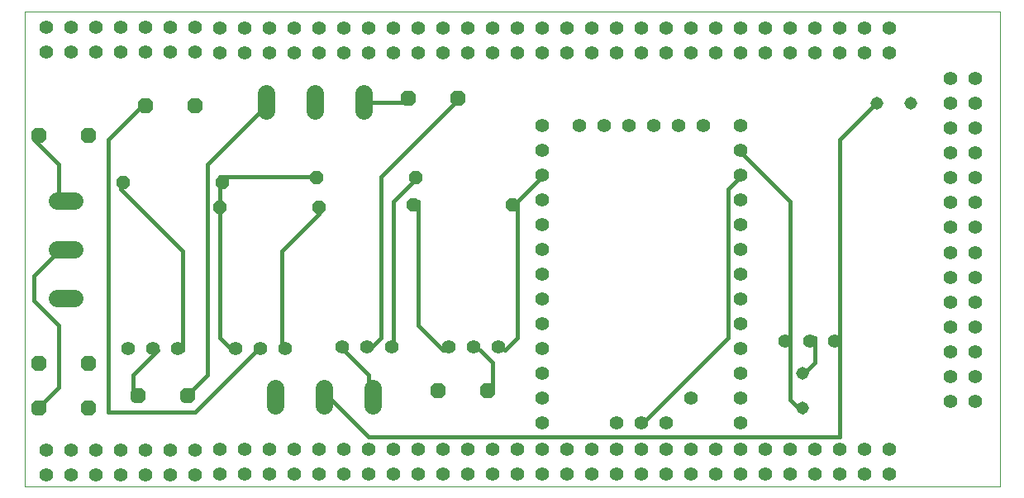
<source format=gtl>
G75*
%MOIN*%
%OFA0B0*%
%FSLAX24Y24*%
%IPPOS*%
%LPD*%
%AMOC8*
5,1,8,0,0,1.08239X$1,22.5*
%
%ADD10C,0.0000*%
%ADD11C,0.0554*%
%ADD12C,0.0515*%
%ADD13OC8,0.0520*%
%ADD14C,0.0705*%
%ADD15OC8,0.0630*%
%ADD16C,0.0180*%
D10*
X002390Y004393D02*
X002390Y023539D01*
X041730Y023539D01*
X041730Y004393D01*
X002390Y004393D01*
D11*
X003260Y004863D03*
X004260Y004863D03*
X005260Y004863D03*
X006260Y004863D03*
X007260Y004863D03*
X008260Y004863D03*
X009260Y004863D03*
X010260Y004883D03*
X011260Y004883D03*
X012260Y004883D03*
X013260Y004883D03*
X014260Y004883D03*
X015260Y004883D03*
X016260Y004883D03*
X017260Y004893D03*
X018260Y004893D03*
X019260Y004893D03*
X020260Y004893D03*
X021260Y004893D03*
X022260Y004893D03*
X023260Y004893D03*
X024260Y004893D03*
X025260Y004893D03*
X026260Y004893D03*
X027260Y004893D03*
X028260Y004893D03*
X029260Y004893D03*
X030260Y004893D03*
X031260Y004893D03*
X032260Y004893D03*
X033260Y004893D03*
X034260Y004893D03*
X035260Y004893D03*
X036260Y004893D03*
X037260Y004893D03*
X037260Y005893D03*
X036260Y005893D03*
X035260Y005893D03*
X034260Y005893D03*
X033260Y005893D03*
X032260Y005893D03*
X031260Y005893D03*
X030260Y005893D03*
X029260Y005893D03*
X028260Y005893D03*
X027260Y005893D03*
X026260Y005893D03*
X025260Y005893D03*
X024260Y005893D03*
X023260Y005893D03*
X022260Y005893D03*
X021260Y005893D03*
X020260Y005893D03*
X019260Y005893D03*
X018260Y005893D03*
X017260Y005893D03*
X016260Y005883D03*
X015260Y005883D03*
X014260Y005883D03*
X013260Y005883D03*
X012260Y005883D03*
X011260Y005883D03*
X010260Y005883D03*
X009260Y005863D03*
X008260Y005863D03*
X007260Y005863D03*
X006260Y005863D03*
X005260Y005863D03*
X004260Y005863D03*
X003260Y005863D03*
X006572Y009961D03*
X007572Y009961D03*
X008572Y009961D03*
X010916Y009961D03*
X011916Y009961D03*
X012916Y009961D03*
X015210Y010011D03*
X016210Y010011D03*
X017210Y010011D03*
X019503Y010011D03*
X020503Y010011D03*
X021503Y010011D03*
X023260Y009943D03*
X023260Y010943D03*
X023260Y011943D03*
X023260Y012943D03*
X023260Y013943D03*
X023260Y014943D03*
X023260Y015943D03*
X023260Y016943D03*
X023260Y017943D03*
X023260Y018943D03*
X024760Y018943D03*
X025760Y018943D03*
X026760Y018943D03*
X027760Y018943D03*
X028760Y018943D03*
X029760Y018943D03*
X031260Y018943D03*
X031260Y017943D03*
X031260Y016943D03*
X031260Y015943D03*
X031260Y014943D03*
X031260Y013943D03*
X031260Y012943D03*
X031260Y011943D03*
X031260Y010943D03*
X031260Y009943D03*
X033060Y010261D03*
X034060Y010261D03*
X035060Y010261D03*
X031260Y008943D03*
X031260Y007943D03*
X031260Y006943D03*
X029260Y007943D03*
X028260Y006943D03*
X027260Y006943D03*
X026260Y006943D03*
X023260Y006943D03*
X023260Y007943D03*
X023260Y008943D03*
X039730Y008823D03*
X040730Y008823D03*
X040730Y007823D03*
X039730Y007823D03*
X039730Y009823D03*
X040730Y009823D03*
X040730Y010823D03*
X039730Y010823D03*
X039730Y011823D03*
X040730Y011823D03*
X040730Y012823D03*
X039730Y012823D03*
X039730Y013823D03*
X040730Y013823D03*
X040750Y014853D03*
X039750Y014853D03*
X039750Y015853D03*
X040750Y015853D03*
X040750Y016853D03*
X039750Y016853D03*
X039750Y017853D03*
X040750Y017853D03*
X040750Y018853D03*
X039750Y018853D03*
X039750Y019853D03*
X040750Y019853D03*
X040750Y020853D03*
X039750Y020853D03*
X037260Y021893D03*
X036260Y021893D03*
X035260Y021893D03*
X034260Y021893D03*
X033260Y021893D03*
X032260Y021893D03*
X031260Y021893D03*
X030260Y021893D03*
X029260Y021893D03*
X028260Y021893D03*
X027260Y021893D03*
X026260Y021893D03*
X025260Y021893D03*
X024260Y021893D03*
X023260Y021893D03*
X022260Y021893D03*
X021260Y021893D03*
X020260Y021893D03*
X019260Y021893D03*
X018260Y021893D03*
X017260Y021893D03*
X016260Y021893D03*
X015260Y021893D03*
X014260Y021893D03*
X013260Y021893D03*
X012260Y021893D03*
X011260Y021893D03*
X010260Y021893D03*
X009260Y021903D03*
X008260Y021903D03*
X007260Y021903D03*
X006260Y021903D03*
X005260Y021903D03*
X004260Y021903D03*
X003260Y021903D03*
X003260Y022903D03*
X004260Y022903D03*
X005260Y022903D03*
X006260Y022903D03*
X007260Y022903D03*
X008260Y022903D03*
X009260Y022903D03*
X010260Y022893D03*
X011260Y022893D03*
X012260Y022893D03*
X013260Y022893D03*
X014260Y022893D03*
X015260Y022893D03*
X016260Y022893D03*
X017260Y022893D03*
X018260Y022893D03*
X019260Y022893D03*
X020260Y022893D03*
X021260Y022893D03*
X022260Y022893D03*
X023260Y022893D03*
X024260Y022893D03*
X025260Y022893D03*
X026260Y022893D03*
X027260Y022893D03*
X028260Y022893D03*
X029260Y022893D03*
X030260Y022893D03*
X031260Y022893D03*
X032260Y022893D03*
X033260Y022893D03*
X034260Y022893D03*
X035260Y022893D03*
X036260Y022893D03*
X037260Y022893D03*
D12*
X036771Y019843D03*
X038148Y019843D03*
X033760Y008932D03*
X033760Y007554D03*
D13*
X022060Y015743D03*
X018060Y015743D03*
X018160Y016843D03*
X014260Y015643D03*
X014160Y016843D03*
X010360Y016643D03*
X010260Y015643D03*
X006360Y016643D03*
D14*
X004404Y015912D02*
X003699Y015912D01*
X003699Y013943D02*
X004404Y013943D01*
X004404Y011975D02*
X003699Y011975D01*
X012491Y008338D02*
X012491Y007633D01*
X014460Y007633D02*
X014460Y008338D01*
X016428Y008338D02*
X016428Y007633D01*
X016078Y019549D02*
X016078Y020254D01*
X014110Y020254D02*
X014110Y019549D01*
X012141Y019549D02*
X012141Y020254D01*
D15*
X009260Y019743D03*
X007260Y019743D03*
X004960Y018543D03*
X002960Y018543D03*
X017860Y020043D03*
X019860Y020043D03*
X004960Y009343D03*
X002960Y009343D03*
X002960Y007543D03*
X004960Y007543D03*
X006960Y008043D03*
X008960Y008043D03*
X019060Y008243D03*
X021060Y008243D03*
D16*
X021260Y008393D01*
X021260Y009393D01*
X020760Y009893D01*
X020503Y010011D01*
X019503Y010011D02*
X019260Y009893D01*
X018260Y010893D01*
X018260Y015893D01*
X018060Y015743D01*
X017260Y015893D02*
X018260Y016893D01*
X018160Y016843D01*
X016760Y016893D02*
X019760Y019893D01*
X019860Y020043D01*
X017860Y020043D02*
X017760Y019893D01*
X016260Y019893D01*
X016078Y019901D01*
X012260Y019893D02*
X012141Y019901D01*
X012260Y019893D02*
X009760Y017393D01*
X009760Y008893D01*
X008760Y007893D01*
X008960Y008043D01*
X009260Y007393D02*
X005760Y007393D01*
X005760Y018393D01*
X007260Y019893D01*
X007260Y019743D01*
X003760Y017393D02*
X003760Y015893D01*
X004052Y015912D01*
X006260Y016393D02*
X006360Y016643D01*
X006260Y016393D02*
X008760Y013893D01*
X008760Y009893D01*
X008572Y009961D01*
X007760Y009893D02*
X007572Y009961D01*
X007760Y009893D02*
X006760Y008893D01*
X006760Y007893D01*
X006960Y008043D01*
X009260Y007393D02*
X011760Y009893D01*
X011916Y009961D01*
X012760Y009893D02*
X012916Y009961D01*
X012760Y009893D02*
X012760Y013893D01*
X014260Y015393D01*
X014260Y015643D01*
X014160Y016843D02*
X014260Y016893D01*
X010260Y016893D01*
X010360Y016643D01*
X010260Y016393D01*
X010260Y015643D01*
X010260Y010393D01*
X010760Y009893D01*
X010916Y009961D01*
X014460Y007985D02*
X014760Y007893D01*
X016260Y006393D01*
X035260Y006393D01*
X035260Y010393D01*
X035060Y010261D01*
X035260Y010393D02*
X035260Y018393D01*
X036760Y019893D01*
X036771Y019843D01*
X033260Y015893D02*
X031260Y017893D01*
X031260Y017943D01*
X031260Y016943D02*
X031260Y016893D01*
X030760Y016393D01*
X030760Y010393D01*
X027260Y006893D01*
X027260Y006943D01*
X033260Y007893D02*
X033260Y010393D01*
X033060Y010261D01*
X033260Y010393D02*
X033260Y015893D01*
X034260Y010393D02*
X034060Y010261D01*
X034260Y010393D02*
X034260Y009393D01*
X033760Y008893D01*
X033760Y008932D01*
X033260Y007893D02*
X033760Y007393D01*
X033760Y007554D01*
X022260Y010393D02*
X022260Y015893D01*
X022060Y015743D01*
X022260Y015893D02*
X023260Y016893D01*
X023260Y016943D01*
X017260Y015893D02*
X017260Y009893D01*
X017210Y010011D01*
X016760Y010393D02*
X016760Y016893D01*
X016760Y010393D02*
X016260Y009893D01*
X016210Y010011D01*
X015260Y009893D02*
X015210Y010011D01*
X015260Y009893D02*
X016260Y008893D01*
X016260Y008393D01*
X016428Y007985D01*
X021503Y010011D02*
X021760Y009893D01*
X022260Y010393D01*
X004052Y013943D02*
X003760Y013893D01*
X002760Y012893D01*
X002760Y011893D01*
X003760Y010893D01*
X003760Y008393D01*
X002760Y007393D01*
X002960Y007543D01*
X003760Y017393D02*
X002760Y018393D01*
X002960Y018543D01*
M02*

</source>
